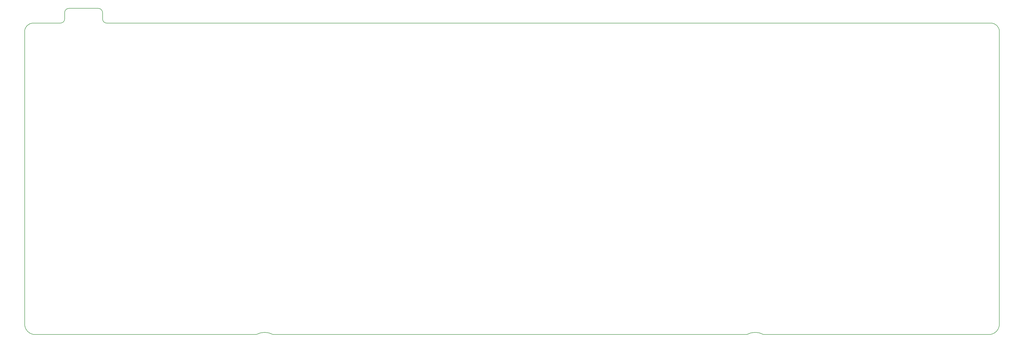
<source format=gbr>
G04 #@! TF.GenerationSoftware,KiCad,Pcbnew,(5.1.4)-1*
G04 #@! TF.CreationDate,2020-08-16T19:21:30-07:00*
G04 #@! TF.ProjectId,v1PCB,76315043-422e-46b6-9963-61645f706362,rev?*
G04 #@! TF.SameCoordinates,Original*
G04 #@! TF.FileFunction,Profile,NP*
%FSLAX46Y46*%
G04 Gerber Fmt 4.6, Leading zero omitted, Abs format (unit mm)*
G04 Created by KiCad (PCBNEW (5.1.4)-1) date 2020-08-16 19:21:30*
%MOMM*%
%LPD*%
G04 APERTURE LIST*
%ADD10C,0.200000*%
G04 APERTURE END LIST*
D10*
X390524999Y-223043751D02*
X475456250Y-223043750D01*
X205581249Y-223043751D02*
X384175000Y-223043751D01*
X199231250Y-223043751D02*
X115887500Y-223043750D01*
X384175000Y-223043751D02*
G75*
G02X390524999Y-223043751I3175000J-5556249D01*
G01*
X199231250Y-223043751D02*
G75*
G02X205581249Y-223043751I3175000J-5556249D01*
G01*
X111918750Y-108743750D02*
X111918750Y-219075000D01*
X479425000Y-219075000D02*
X479425000Y-108743750D01*
X115887500Y-223043750D02*
G75*
G02X111918750Y-219075000I0J3968750D01*
G01*
X479425000Y-219075000D02*
G75*
G02X475456250Y-223043750I-3968750J0D01*
G01*
X125412500Y-105568750D02*
X115093750Y-105568750D01*
X111918750Y-108743750D02*
G75*
G02X115093750Y-105568750I3175000J0D01*
G01*
X476250000Y-105568750D02*
G75*
G02X479425000Y-108743750I0J-3175000D01*
G01*
X476250000Y-105568750D02*
X142875000Y-105568750D01*
X141287500Y-101600000D02*
X141287500Y-103981250D01*
X128587500Y-100012500D02*
X139700000Y-100012500D01*
X127000000Y-101600000D02*
X127000000Y-103981250D01*
X127000000Y-101600000D02*
G75*
G02X128587500Y-100012500I1587500J0D01*
G01*
X139700000Y-100012500D02*
G75*
G02X141287500Y-101600000I0J-1587500D01*
G01*
X142875000Y-105568750D02*
G75*
G02X141287500Y-103981250I0J1587500D01*
G01*
X127000000Y-103981250D02*
G75*
G02X125412500Y-105568750I-1587500J0D01*
G01*
M02*

</source>
